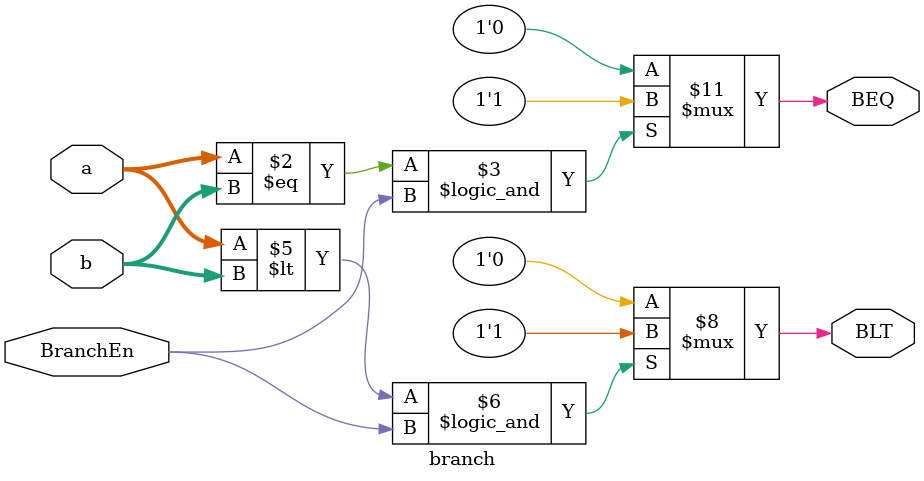
<source format=sv>

module branch #(parameter n =16) ( //8 bit processor
	input logic [n-1:0] a, b, // input operands
	input logic BranchEn,
	output logic BEQ, BLT  // comparison result
);
	
// Calculate BEQ and BLT
always_comb
begin

if (a == b && BranchEn)
	BEQ = 1'b1;
else
	BEQ = 1'b0;
end

always_comb
begin
if (a < b && BranchEn)
	BLT = 1'b1;
else
	BLT = 1'b0;
end
	
endmodule
</source>
